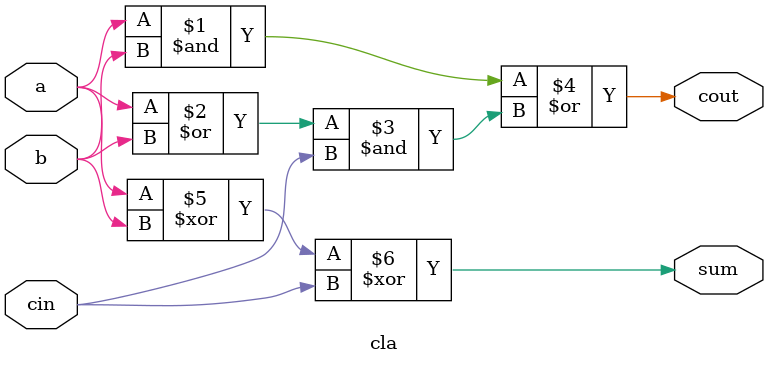
<source format=v>
module cla(a,b,cin,sum,cout);
	input a,b,cin;
	output sum,cout;

	assign cout = (a&b)|((a|b)&cin);
	assign sum = a^b^cin;

endmodule

</source>
